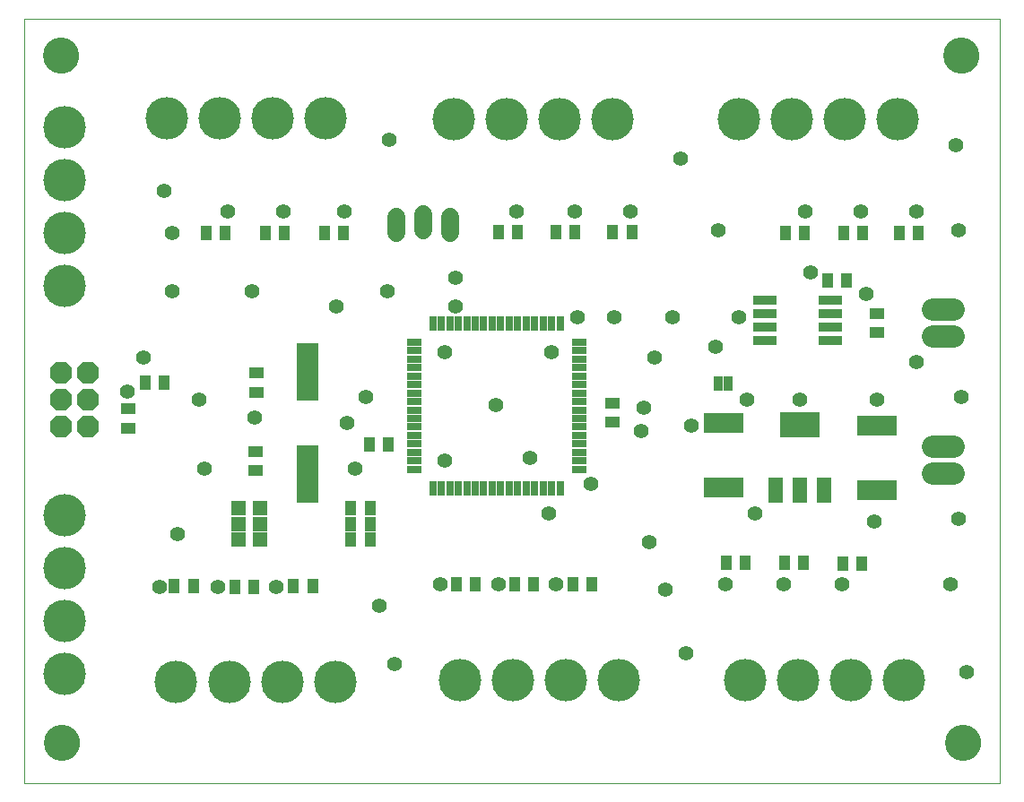
<source format=gts>
G75*
G70*
%OFA0B0*%
%FSLAX24Y24*%
%IPPOS*%
%LPD*%
%AMOC8*
5,1,8,0,0,1.08239X$1,22.5*
%
%ADD10C,0.0000*%
%ADD11C,0.1340*%
%ADD12R,0.0550X0.0300*%
%ADD13R,0.0300X0.0550*%
%ADD14R,0.0395X0.0552*%
%ADD15R,0.0552X0.0395*%
%ADD16R,0.0880X0.0340*%
%ADD17C,0.1580*%
%ADD18R,0.0840X0.2180*%
%ADD19OC8,0.0820*%
%ADD20C,0.0680*%
%ADD21C,0.0820*%
%ADD22R,0.0560X0.0960*%
%ADD23R,0.1497X0.0946*%
%ADD24R,0.0330X0.0580*%
%ADD25R,0.1480X0.0780*%
%ADD26R,0.0552X0.0552*%
%ADD27C,0.0555*%
D10*
X000326Y000188D02*
X000326Y028617D01*
X036598Y028617D01*
X036598Y000188D01*
X000326Y000188D01*
X001098Y001688D02*
X001100Y001738D01*
X001106Y001788D01*
X001116Y001837D01*
X001130Y001885D01*
X001147Y001932D01*
X001168Y001977D01*
X001193Y002021D01*
X001221Y002062D01*
X001253Y002101D01*
X001287Y002138D01*
X001324Y002172D01*
X001364Y002202D01*
X001406Y002229D01*
X001450Y002253D01*
X001496Y002274D01*
X001543Y002290D01*
X001591Y002303D01*
X001641Y002312D01*
X001690Y002317D01*
X001741Y002318D01*
X001791Y002315D01*
X001840Y002308D01*
X001889Y002297D01*
X001937Y002282D01*
X001983Y002264D01*
X002028Y002242D01*
X002071Y002216D01*
X002112Y002187D01*
X002151Y002155D01*
X002187Y002120D01*
X002219Y002082D01*
X002249Y002042D01*
X002276Y001999D01*
X002299Y001955D01*
X002318Y001909D01*
X002334Y001861D01*
X002346Y001812D01*
X002354Y001763D01*
X002358Y001713D01*
X002358Y001663D01*
X002354Y001613D01*
X002346Y001564D01*
X002334Y001515D01*
X002318Y001467D01*
X002299Y001421D01*
X002276Y001377D01*
X002249Y001334D01*
X002219Y001294D01*
X002187Y001256D01*
X002151Y001221D01*
X002112Y001189D01*
X002071Y001160D01*
X002028Y001134D01*
X001983Y001112D01*
X001937Y001094D01*
X001889Y001079D01*
X001840Y001068D01*
X001791Y001061D01*
X001741Y001058D01*
X001690Y001059D01*
X001641Y001064D01*
X001591Y001073D01*
X001543Y001086D01*
X001496Y001102D01*
X001450Y001123D01*
X001406Y001147D01*
X001364Y001174D01*
X001324Y001204D01*
X001287Y001238D01*
X001253Y001275D01*
X001221Y001314D01*
X001193Y001355D01*
X001168Y001399D01*
X001147Y001444D01*
X001130Y001491D01*
X001116Y001539D01*
X001106Y001588D01*
X001100Y001638D01*
X001098Y001688D01*
X001066Y027247D02*
X001068Y027297D01*
X001074Y027347D01*
X001084Y027396D01*
X001098Y027444D01*
X001115Y027491D01*
X001136Y027536D01*
X001161Y027580D01*
X001189Y027621D01*
X001221Y027660D01*
X001255Y027697D01*
X001292Y027731D01*
X001332Y027761D01*
X001374Y027788D01*
X001418Y027812D01*
X001464Y027833D01*
X001511Y027849D01*
X001559Y027862D01*
X001609Y027871D01*
X001658Y027876D01*
X001709Y027877D01*
X001759Y027874D01*
X001808Y027867D01*
X001857Y027856D01*
X001905Y027841D01*
X001951Y027823D01*
X001996Y027801D01*
X002039Y027775D01*
X002080Y027746D01*
X002119Y027714D01*
X002155Y027679D01*
X002187Y027641D01*
X002217Y027601D01*
X002244Y027558D01*
X002267Y027514D01*
X002286Y027468D01*
X002302Y027420D01*
X002314Y027371D01*
X002322Y027322D01*
X002326Y027272D01*
X002326Y027222D01*
X002322Y027172D01*
X002314Y027123D01*
X002302Y027074D01*
X002286Y027026D01*
X002267Y026980D01*
X002244Y026936D01*
X002217Y026893D01*
X002187Y026853D01*
X002155Y026815D01*
X002119Y026780D01*
X002080Y026748D01*
X002039Y026719D01*
X001996Y026693D01*
X001951Y026671D01*
X001905Y026653D01*
X001857Y026638D01*
X001808Y026627D01*
X001759Y026620D01*
X001709Y026617D01*
X001658Y026618D01*
X001609Y026623D01*
X001559Y026632D01*
X001511Y026645D01*
X001464Y026661D01*
X001418Y026682D01*
X001374Y026706D01*
X001332Y026733D01*
X001292Y026763D01*
X001255Y026797D01*
X001221Y026834D01*
X001189Y026873D01*
X001161Y026914D01*
X001136Y026958D01*
X001115Y027003D01*
X001098Y027050D01*
X001084Y027098D01*
X001074Y027147D01*
X001068Y027197D01*
X001066Y027247D01*
X034531Y027247D02*
X034533Y027297D01*
X034539Y027347D01*
X034549Y027396D01*
X034563Y027444D01*
X034580Y027491D01*
X034601Y027536D01*
X034626Y027580D01*
X034654Y027621D01*
X034686Y027660D01*
X034720Y027697D01*
X034757Y027731D01*
X034797Y027761D01*
X034839Y027788D01*
X034883Y027812D01*
X034929Y027833D01*
X034976Y027849D01*
X035024Y027862D01*
X035074Y027871D01*
X035123Y027876D01*
X035174Y027877D01*
X035224Y027874D01*
X035273Y027867D01*
X035322Y027856D01*
X035370Y027841D01*
X035416Y027823D01*
X035461Y027801D01*
X035504Y027775D01*
X035545Y027746D01*
X035584Y027714D01*
X035620Y027679D01*
X035652Y027641D01*
X035682Y027601D01*
X035709Y027558D01*
X035732Y027514D01*
X035751Y027468D01*
X035767Y027420D01*
X035779Y027371D01*
X035787Y027322D01*
X035791Y027272D01*
X035791Y027222D01*
X035787Y027172D01*
X035779Y027123D01*
X035767Y027074D01*
X035751Y027026D01*
X035732Y026980D01*
X035709Y026936D01*
X035682Y026893D01*
X035652Y026853D01*
X035620Y026815D01*
X035584Y026780D01*
X035545Y026748D01*
X035504Y026719D01*
X035461Y026693D01*
X035416Y026671D01*
X035370Y026653D01*
X035322Y026638D01*
X035273Y026627D01*
X035224Y026620D01*
X035174Y026617D01*
X035123Y026618D01*
X035074Y026623D01*
X035024Y026632D01*
X034976Y026645D01*
X034929Y026661D01*
X034883Y026682D01*
X034839Y026706D01*
X034797Y026733D01*
X034757Y026763D01*
X034720Y026797D01*
X034686Y026834D01*
X034654Y026873D01*
X034626Y026914D01*
X034601Y026958D01*
X034580Y027003D01*
X034563Y027050D01*
X034549Y027098D01*
X034539Y027147D01*
X034533Y027197D01*
X034531Y027247D01*
X034598Y001688D02*
X034600Y001738D01*
X034606Y001788D01*
X034616Y001837D01*
X034630Y001885D01*
X034647Y001932D01*
X034668Y001977D01*
X034693Y002021D01*
X034721Y002062D01*
X034753Y002101D01*
X034787Y002138D01*
X034824Y002172D01*
X034864Y002202D01*
X034906Y002229D01*
X034950Y002253D01*
X034996Y002274D01*
X035043Y002290D01*
X035091Y002303D01*
X035141Y002312D01*
X035190Y002317D01*
X035241Y002318D01*
X035291Y002315D01*
X035340Y002308D01*
X035389Y002297D01*
X035437Y002282D01*
X035483Y002264D01*
X035528Y002242D01*
X035571Y002216D01*
X035612Y002187D01*
X035651Y002155D01*
X035687Y002120D01*
X035719Y002082D01*
X035749Y002042D01*
X035776Y001999D01*
X035799Y001955D01*
X035818Y001909D01*
X035834Y001861D01*
X035846Y001812D01*
X035854Y001763D01*
X035858Y001713D01*
X035858Y001663D01*
X035854Y001613D01*
X035846Y001564D01*
X035834Y001515D01*
X035818Y001467D01*
X035799Y001421D01*
X035776Y001377D01*
X035749Y001334D01*
X035719Y001294D01*
X035687Y001256D01*
X035651Y001221D01*
X035612Y001189D01*
X035571Y001160D01*
X035528Y001134D01*
X035483Y001112D01*
X035437Y001094D01*
X035389Y001079D01*
X035340Y001068D01*
X035291Y001061D01*
X035241Y001058D01*
X035190Y001059D01*
X035141Y001064D01*
X035091Y001073D01*
X035043Y001086D01*
X034996Y001102D01*
X034950Y001123D01*
X034906Y001147D01*
X034864Y001174D01*
X034824Y001204D01*
X034787Y001238D01*
X034753Y001275D01*
X034721Y001314D01*
X034693Y001355D01*
X034668Y001399D01*
X034647Y001444D01*
X034630Y001491D01*
X034616Y001539D01*
X034606Y001588D01*
X034600Y001638D01*
X034598Y001688D01*
D11*
X035228Y001688D03*
X035161Y027247D03*
X001696Y027247D03*
X001728Y001688D03*
D12*
X014803Y011853D03*
X014803Y012168D03*
X014803Y012483D03*
X014803Y012798D03*
X014803Y013113D03*
X014803Y013428D03*
X014803Y013743D03*
X014803Y014058D03*
X014803Y014373D03*
X014803Y014688D03*
X014803Y015003D03*
X014803Y015318D03*
X014803Y015633D03*
X014803Y015948D03*
X014803Y016263D03*
X014803Y016578D03*
X020944Y016578D03*
X020944Y016263D03*
X020944Y015948D03*
X020944Y015633D03*
X020944Y015318D03*
X020944Y015003D03*
X020944Y014688D03*
X020944Y014373D03*
X020944Y014058D03*
X020944Y013743D03*
X020944Y013428D03*
X020944Y013113D03*
X020944Y012798D03*
X020944Y012483D03*
X020944Y012168D03*
X020944Y011853D03*
D13*
X020236Y011145D03*
X019921Y011145D03*
X019606Y011145D03*
X019291Y011145D03*
X018976Y011145D03*
X018661Y011145D03*
X018346Y011145D03*
X018031Y011145D03*
X017716Y011145D03*
X017401Y011145D03*
X017086Y011145D03*
X016771Y011145D03*
X016456Y011145D03*
X016141Y011145D03*
X015826Y011145D03*
X015511Y011145D03*
X015511Y017286D03*
X015826Y017286D03*
X016141Y017286D03*
X016456Y017286D03*
X016771Y017286D03*
X017086Y017286D03*
X017401Y017286D03*
X017716Y017286D03*
X018031Y017286D03*
X018346Y017286D03*
X018661Y017286D03*
X018976Y017286D03*
X019291Y017286D03*
X019606Y017286D03*
X019921Y017286D03*
X020236Y017286D03*
D14*
X020074Y020670D03*
X020783Y020670D03*
X022200Y020670D03*
X022909Y020670D03*
X018657Y020670D03*
X017948Y020670D03*
X012196Y020647D03*
X011488Y020647D03*
X009992Y020647D03*
X009283Y020647D03*
X007787Y020658D03*
X007078Y020658D03*
X005514Y015079D03*
X004806Y015079D03*
X012465Y010417D03*
X012465Y009826D03*
X012465Y009236D03*
X013173Y009236D03*
X013173Y009826D03*
X013173Y010417D03*
X013153Y012780D03*
X013862Y012780D03*
X016384Y007589D03*
X017092Y007589D03*
X018549Y007589D03*
X019258Y007589D03*
X020714Y007589D03*
X021423Y007589D03*
X026425Y008376D03*
X027133Y008376D03*
X028590Y008377D03*
X029299Y008377D03*
X030744Y008343D03*
X031452Y008343D03*
X030889Y018881D03*
X030181Y018881D03*
X030771Y020652D03*
X031480Y020652D03*
X032838Y020652D03*
X033547Y020652D03*
X029314Y020652D03*
X028606Y020652D03*
X011037Y007494D03*
X010328Y007494D03*
X008854Y007461D03*
X008146Y007461D03*
X006608Y007495D03*
X005899Y007495D03*
D15*
X008935Y011801D03*
X008935Y012510D03*
X008942Y014724D03*
X008942Y015433D03*
X004194Y014098D03*
X004194Y013390D03*
X022169Y013605D03*
X022169Y014314D03*
X032011Y016952D03*
X032011Y017660D03*
D16*
X030284Y017643D03*
X030284Y018143D03*
X030284Y017143D03*
X030284Y016643D03*
X027864Y016643D03*
X027864Y017143D03*
X027864Y017643D03*
X027864Y018143D03*
D17*
X026893Y024885D03*
X028862Y024885D03*
X030830Y024885D03*
X032799Y024885D03*
X022181Y024865D03*
X020212Y024865D03*
X018244Y024865D03*
X016275Y024865D03*
X011515Y024904D03*
X009547Y024904D03*
X007578Y024904D03*
X005610Y024904D03*
X001834Y024570D03*
X001834Y022601D03*
X001834Y020633D03*
X001834Y018664D03*
X001834Y010141D03*
X001834Y008172D03*
X001834Y006204D03*
X001834Y004235D03*
X005968Y003940D03*
X007937Y003940D03*
X009905Y003940D03*
X011874Y003940D03*
X016507Y003999D03*
X018476Y003999D03*
X020444Y003999D03*
X022413Y003999D03*
X027126Y003999D03*
X029094Y003999D03*
X031063Y003999D03*
X033031Y003999D03*
D18*
X010850Y011666D03*
X010850Y015466D03*
D19*
X002689Y015452D03*
X002689Y014452D03*
X001689Y014452D03*
X001689Y015452D03*
X001689Y013452D03*
X002689Y013452D03*
D20*
X014165Y020648D02*
X014165Y021248D01*
X015165Y021348D02*
X015165Y020748D01*
X016165Y020648D02*
X016165Y021248D01*
D21*
X034102Y017798D02*
X034842Y017798D01*
X034842Y016798D02*
X034102Y016798D01*
X034102Y012696D02*
X034842Y012696D01*
X034842Y011696D02*
X034102Y011696D01*
D22*
X030067Y011066D03*
X029157Y011066D03*
X028247Y011066D03*
D23*
X029157Y013506D03*
D24*
X026480Y015042D03*
X026126Y015042D03*
D25*
X026303Y013585D03*
X026303Y011185D03*
X032011Y011086D03*
X032011Y013486D03*
D26*
X009098Y010417D03*
X009098Y009826D03*
X009098Y009236D03*
X008272Y009236D03*
X008272Y009826D03*
X008272Y010417D03*
D27*
X007011Y011893D03*
X008881Y013763D03*
X006814Y014452D03*
X004748Y016026D03*
X004157Y014747D03*
X005830Y018487D03*
X005830Y020652D03*
X005535Y022227D03*
X007897Y021440D03*
X009964Y021440D03*
X012228Y021440D03*
X013901Y024097D03*
X018626Y021440D03*
X020791Y021440D03*
X022858Y021440D03*
X024728Y023408D03*
X026106Y020751D03*
X029354Y021440D03*
X031421Y021440D03*
X033488Y021440D03*
X035063Y020751D03*
X031618Y018389D03*
X029551Y019176D03*
X026893Y017503D03*
X026007Y016420D03*
X024433Y017503D03*
X023744Y016026D03*
X022267Y017503D03*
X020889Y017503D03*
X019905Y016223D03*
X017838Y014255D03*
X019118Y012286D03*
X019807Y010219D03*
X021381Y011302D03*
X023251Y013271D03*
X023350Y014156D03*
X025122Y013467D03*
X027189Y014452D03*
X029157Y014452D03*
X032011Y014452D03*
X033488Y015830D03*
X035161Y014550D03*
X035063Y010023D03*
X034767Y007562D03*
X031913Y009924D03*
X030732Y007562D03*
X028566Y007562D03*
X026401Y007562D03*
X024137Y007365D03*
X023547Y009137D03*
X020102Y007562D03*
X017937Y007562D03*
X015771Y007562D03*
X013507Y006774D03*
X014098Y004609D03*
X009669Y007463D03*
X007503Y007463D03*
X005338Y007463D03*
X006027Y009432D03*
X012326Y013566D03*
X013015Y014550D03*
X015968Y016223D03*
X016362Y017897D03*
X016362Y018979D03*
X013803Y018487D03*
X011933Y017897D03*
X008783Y018487D03*
X015968Y012188D03*
X012622Y011893D03*
X024925Y005003D03*
X027484Y010219D03*
X035358Y004314D03*
X034964Y023900D03*
M02*

</source>
